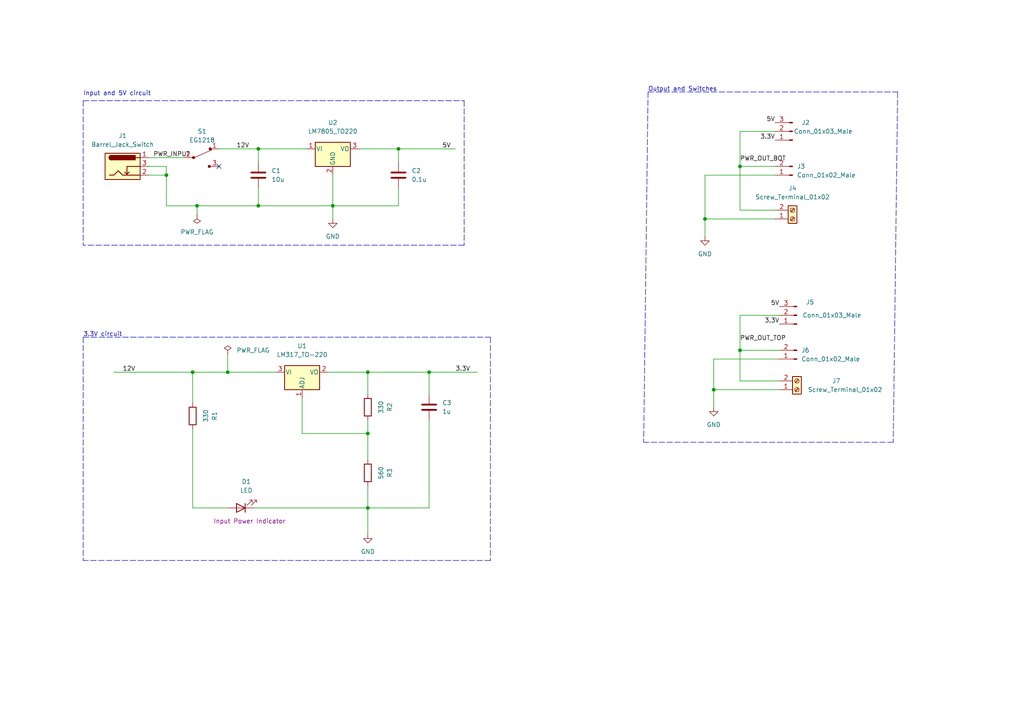
<source format=kicad_sch>
(kicad_sch (version 20211123) (generator eeschema)
  (paper "A4")
  (title_block (title "Breadboard Power Supply") (date "2022-08-02") (rev "1"))
  (lib_symbols
    (symbol "Connector:Barrel_Jack_Switch" (pin_names hide)
      (property "Reference" "J" (at 0 5.334 0))
      (property "Value" "Barrel_Jack_Switch" (at 0 -5.08 0))
      (symbol "Barrel_Jack_Switch_0_1"
        (rectangle (start -5.08 3.81) (end 5.08 -3.81) (stroke (width 0.254)) (fill (type background)))
        (arc (start -3.302 3.175) (mid -3.937 2.54) (end -3.302 1.905) (stroke (width 0.254)))
        (arc (start -3.302 3.175) (mid -3.937 2.54) (end -3.302 1.905) (stroke (width 0.254)) (fill (type outline)))
        (polyline (pts (xy 1.27 -2.286) (xy 1.905 -1.651)) (stroke (width 0.254)))
        (polyline (pts (xy 5.08 2.54) (xy 3.81 2.54)) (stroke (width 0.254)))
        (polyline (pts (xy 5.08 0) (xy 1.27 0) (xy 1.27 -2.286) (xy 0.635 -1.651)) (stroke (width 0.254)))
        (polyline (pts (xy -3.81 -2.54) (xy -2.54 -2.54) (xy -1.27 -1.27) (xy 0 -2.54) (xy 2.54 -2.54) (xy 5.08 -2.54)) (stroke (width 0.254)))
        (rectangle (start 3.683 3.175) (end -3.302 1.905) (stroke (width 0.254)) (fill (type outline)))
      )
      (symbol "Barrel_Jack_Switch_1_1"
        (pin passive line (at 7.62 2.54 180) (length 2.54) (name "~") (number "1"))
        (pin passive line (at 7.62 -2.54 180) (length 2.54) (name "~") (number "2"))
        (pin passive line (at 7.62 0 180) (length 2.54) (name "~") (number "3"))
      )
    )
    (symbol "Connector:Conn_01x02_Male" (pin_names (offset 1.016) hide)
      (property "Reference" "J" (at 0 2.54 0))
      (property "Value" "Conn_01x02_Male" (at 0 -5.08 0))
      (symbol "Conn_01x02_Male_1_1"
        (polyline (pts (xy 1.27 -2.54) (xy 0.8636 -2.54)) (stroke (width 0.1524)))
        (polyline (pts (xy 1.27 0) (xy 0.8636 0)) (stroke (width 0.1524)))
        (rectangle (start 0.8636 -2.413) (end 0 -2.667) (stroke (width 0.1524)) (fill (type outline)))
        (rectangle (start 0.8636 0.127) (end 0 -0.127) (stroke (width 0.1524)) (fill (type outline)))
        (pin passive line (at 5.08 0 180) (length 3.81) (name "Pin_1") (number "1"))
        (pin passive line (at 5.08 -2.54 180) (length 3.81) (name "Pin_2") (number "2"))
      )
    )
    (symbol "Connector:Conn_01x03_Male" (pin_names (offset 1.016) hide)
      (property "Reference" "J" (at 0 5.08 0))
      (property "Value" "Conn_01x03_Male" (at 0 -5.08 0))
      (symbol "Conn_01x03_Male_1_1"
        (polyline (pts (xy 1.27 -2.54) (xy 0.8636 -2.54)) (stroke (width 0.1524)))
        (polyline (pts (xy 1.27 0) (xy 0.8636 0)) (stroke (width 0.1524)))
        (polyline (pts (xy 1.27 2.54) (xy 0.8636 2.54)) (stroke (width 0.1524)))
        (rectangle (start 0.8636 -2.413) (end 0 -2.667) (stroke (width 0.1524)) (fill (type outline)))
        (rectangle (start 0.8636 0.127) (end 0 -0.127) (stroke (width 0.1524)) (fill (type outline)))
        (rectangle (start 0.8636 2.667) (end 0 2.413) (stroke (width 0.1524)) (fill (type outline)))
        (pin passive line (at 5.08 2.54 180) (length 3.81) (name "Pin_1") (number "1"))
        (pin passive line (at 5.08 0 180) (length 3.81) (name "Pin_2") (number "2"))
        (pin passive line (at 5.08 -2.54 180) (length 3.81) (name "Pin_3") (number "3"))
      )
    )
    (symbol "Connector:Screw_Terminal_01x02" (pin_names (offset 1.016) hide)
      (property "Reference" "J" (at 0 2.54 0))
      (property "Value" "Screw_Terminal_01x02" (at 0 -5.08 0))
      (symbol "Screw_Terminal_01x02_1_1"
        (rectangle (start -1.27 1.27) (end 1.27 -3.81) (stroke (width 0.254)) (fill (type background)))
        (circle (center 0 -2.54) (radius 0.635) (stroke (width 0.1524)))
        (polyline (pts (xy -0.5334 -2.2098) (xy 0.3302 -3.048)) (stroke (width 0.1524)))
        (polyline (pts (xy -0.5334 0.3302) (xy 0.3302 -0.508)) (stroke (width 0.1524)))
        (polyline (pts (xy -0.3556 -2.032) (xy 0.508 -2.8702)) (stroke (width 0.1524)))
        (polyline (pts (xy -0.3556 0.508) (xy 0.508 -0.3302)) (stroke (width 0.1524)))
        (circle (center 0 0) (radius 0.635) (stroke (width 0.1524)))
        (pin passive line (at -5.08 0 0) (length 3.81) (name "Pin_1") (number "1"))
        (pin passive line (at -5.08 -2.54 0) (length 3.81) (name "Pin_2") (number "2"))
      )
    )
    (symbol "Device:C" (pin_numbers hide) (pin_names (offset 0.254))
      (property "Reference" "C" (at 0.635 2.54 0))
      (property "Value" "C" (at 0.635 -2.54 0))
      (symbol "C_0_1"
        (polyline (pts (xy -2.032 -0.762) (xy 2.032 -0.762)) (stroke (width 0.508)))
        (polyline (pts (xy -2.032 0.762) (xy 2.032 0.762)) (stroke (width 0.508)))
      )
      (symbol "C_1_1"
        (pin passive line (at 0 3.81 270) (length 2.794) (name "~") (number "1"))
        (pin passive line (at 0 -3.81 90) (length 2.794) (name "~") (number "2"))
      )
    )
    (symbol "Device:LED" (pin_numbers hide) (pin_names (offset 1.016) hide)
      (property "Reference" "D" (at 0 2.54 0))
      (property "Value" "LED" (at 0 -2.54 0))
      (symbol "LED_0_1"
        (polyline (pts (xy -1.27 -1.27) (xy -1.27 1.27)) (stroke (width 0.254)))
        (polyline (pts (xy -1.27 0) (xy 1.27 0)))
        (polyline (pts (xy 1.27 -1.27) (xy 1.27 1.27) (xy -1.27 0) (xy 1.27 -1.27)) (stroke (width 0.254)))
        (polyline (pts (xy -3.048 -0.762) (xy -4.572 -2.286) (xy -3.81 -2.286) (xy -4.572 -2.286) (xy -4.572 -1.524)))
        (polyline (pts (xy -1.778 -0.762) (xy -3.302 -2.286) (xy -2.54 -2.286) (xy -3.302 -2.286) (xy -3.302 -1.524)))
      )
      (symbol "LED_1_1"
        (pin passive line (at -3.81 0 0) (length 2.54) (name "K") (number "1"))
        (pin passive line (at 3.81 0 180) (length 2.54) (name "A") (number "2"))
      )
    )
    (symbol "Device:R" (pin_numbers hide) (pin_names (offset 0))
      (property "Reference" "R" (at 2.032 0 90))
      (property "Value" "R" (at 0 0 90))
      (symbol "R_0_1"
        (rectangle (start -1.016 -2.54) (end 1.016 2.54) (stroke (width 0.254)))
      )
      (symbol "R_1_1"
        (pin passive line (at 0 3.81 270) (length 1.27) (name "~") (number "1"))
        (pin passive line (at 0 -3.81 90) (length 1.27) (name "~") (number "2"))
      )
    )
    (symbol "Regulator_Linear:LM317_TO-220" (pin_names (offset 0.254))
      (property "Reference" "U" (at -3.81 3.175 0))
      (property "Value" "LM317_TO-220" (at 0 3.175 0))
      (symbol "LM317_TO-220_0_1"
        (rectangle (start -5.08 1.905) (end 5.08 -5.08) (stroke (width 0.254)) (fill (type background)))
      )
      (symbol "LM317_TO-220_1_1"
        (pin input line (at 0 -7.62 90) (length 2.54) (name "ADJ") (number "1"))
        (pin power_out line (at 7.62 0 180) (length 2.54) (name "VO") (number "2"))
        (pin power_in line (at -7.62 0 0) (length 2.54) (name "VI") (number "3"))
      )
    )
    (symbol "Regulator_Linear:LM7805_TO220" (pin_names (offset 0.254))
      (property "Reference" "U" (at -3.81 3.175 0))
      (property "Value" "LM7805_TO220" (at 0 3.175 0))
      (symbol "LM7805_TO220_0_1"
        (rectangle (start -5.08 1.905) (end 5.08 -5.08) (stroke (width 0.254)) (fill (type background)))
      )
      (symbol "LM7805_TO220_1_1"
        (pin power_in line (at -7.62 0 0) (length 2.54) (name "VI") (number "1"))
        (pin power_in line (at 0 -7.62 90) (length 2.54) (name "GND") (number "2"))
        (pin power_out line (at 7.62 0 180) (length 2.54) (name "VO") (number "3"))
      )
    )
    (symbol "dk_Slide-Switches:EG1218" (pin_names (offset 0))
      (property "Reference" "S" (at -3.81 2.286 0))
      (property "Value" "EG1218" (at 0 -5.334 0))
      (symbol "EG1218_0_1"
        (circle (center -2.286 0) (radius 0.3556) (fill (type outline)))
        (polyline (pts (xy -2.032 0) (xy 3.048 2.286)))
        (circle (center 2.286 -2.54) (radius 0.3556) (fill (type outline)))
        (circle (center 2.54 2.54) (radius 0.3556) (fill (type outline)))
      )
      (symbol "EG1218_1_1"
        (pin passive line (at 5.08 2.54 180) (length 2.54) (name "~") (number "1"))
        (pin passive line (at -5.08 0 0) (length 2.54) (name "~") (number "2"))
        (pin passive line (at 5.08 -2.54 180) (length 2.54) (name "~") (number "3"))
      )
    )
    (symbol "power:GND" (power) (pin_names (offset 0))
      (property "Value" "GND" (at 0 -3.81 0))
      (symbol "GND_0_1"
        (polyline (pts (xy 0 0) (xy 0 -1.27) (xy 1.27 -1.27) (xy 0 -2.54) (xy -1.27 -1.27) (xy 0 -1.27)))
      )
      (symbol "GND_1_1"
        (pin power_in line (at 0 0 270) (length 0) hide (name "GND") (number "1"))
      )
    )
    (symbol "power:PWR_FLAG" (power) (pin_numbers hide) (pin_names (offset 0) hide)
      (property "Value" "PWR_FLAG" (at 0 3.81 0))
      (symbol "PWR_FLAG_0_0"
        (pin power_out line (at 0 0 90) (length 0) (name "pwr") (number "1"))
      )
      (symbol "PWR_FLAG_0_1"
        (polyline (pts (xy 0 0) (xy 0 1.27) (xy -1.016 1.905) (xy 0 2.54) (xy 1.016 1.905) (xy 0 1.27)))
      )
    )
  )
  (junction (at 124.46 107.95))
  (junction (at 106.68 107.95))
  (junction (at 204.47 63.5))
  (junction (at 106.68 125.73))
  (junction (at 48.26 50.8))
  (junction (at 214.63 48.26))
  (junction (at 74.93 59.69))
  (junction (at 106.68 147.32))
  (junction (at 207.01 113.03))
  (junction (at 66.04 107.95))
  (junction (at 96.52 59.69))
  (junction (at 55.88 107.95))
  (junction (at 57.15 59.69))
  (junction (at 214.63 101.6))
  (junction (at 74.93 43.18))
  (junction (at 115.57 43.18))
  (no_connect (at 63.5 48.26))
  (wire (pts (xy 214.63 110.49) (xy 226.06 110.49)))
  (wire (pts (xy 57.15 59.69) (xy 74.93 59.69)))
  (wire (pts (xy 96.52 59.69) (xy 96.52 63.5)))
  (wire (pts (xy 43.18 48.26) (xy 48.26 48.26)))
  (wire (pts (xy 96.52 50.8) (xy 96.52 59.69)))
  (wire (pts (xy 214.63 48.26) (xy 214.63 60.96)))
  (polyline (pts (xy 187.96 26.67) (xy 186.69 128.27)))
  (wire (pts (xy 106.68 107.95) (xy 124.46 107.95)))
  (wire (pts (xy 106.68 121.92) (xy 106.68 125.73)))
  (wire (pts (xy 95.25 107.95) (xy 106.68 107.95)))
  (wire (pts (xy 55.88 107.95) (xy 66.04 107.95)))
  (wire (pts (xy 33.02 107.95) (xy 55.88 107.95)))
  (wire (pts (xy 226.06 101.6) (xy 214.63 101.6)))
  (wire (pts (xy 207.01 104.14) (xy 207.01 113.03)))
  (wire (pts (xy 214.63 60.96) (xy 224.79 60.96)))
  (wire (pts (xy 63.5 43.18) (xy 74.93 43.18)))
  (wire (pts (xy 106.68 125.73) (xy 106.68 133.35)))
  (wire (pts (xy 124.46 121.92) (xy 124.46 147.32)))
  (polyline (pts (xy 24.13 97.79) (xy 24.13 162.56)))
  (wire (pts (xy 48.26 48.26) (xy 48.26 50.8)))
  (wire (pts (xy 106.68 147.32) (xy 106.68 154.94)))
  (wire (pts (xy 74.93 43.18) (xy 88.9 43.18)))
  (polyline (pts (xy 187.96 26.67) (xy 260.35 26.67)))
  (polyline (pts (xy 24.13 29.21) (xy 24.13 71.12)))
  (wire (pts (xy 74.93 54.61) (xy 74.93 59.69)))
  (wire (pts (xy 115.57 43.18) (xy 115.57 46.99)))
  (wire (pts (xy 66.04 107.95) (xy 80.01 107.95)))
  (polyline (pts (xy 24.13 29.21) (xy 134.62 29.21)))
  (wire (pts (xy 115.57 54.61) (xy 115.57 59.69)))
  (wire (pts (xy 226.06 91.44) (xy 214.63 91.44)))
  (wire (pts (xy 66.04 102.87) (xy 66.04 107.95)))
  (wire (pts (xy 124.46 107.95) (xy 124.46 114.3)))
  (polyline (pts (xy 142.24 97.79) (xy 142.24 162.56)))
  (polyline (pts (xy 134.62 29.21) (xy 134.62 71.12)))
  (wire (pts (xy 48.26 50.8) (xy 48.26 59.69)))
  (wire (pts (xy 214.63 101.6) (xy 214.63 110.49)))
  (wire (pts (xy 104.14 43.18) (xy 115.57 43.18)))
  (wire (pts (xy 87.63 115.57) (xy 87.63 125.73)))
  (wire (pts (xy 226.06 113.03) (xy 207.01 113.03)))
  (wire (pts (xy 74.93 43.18) (xy 74.93 46.99)))
  (polyline (pts (xy 24.13 97.79) (xy 142.24 97.79)))
  (wire (pts (xy 55.88 147.32) (xy 66.04 147.32)))
  (wire (pts (xy 214.63 38.1) (xy 214.63 48.26)))
  (polyline (pts (xy 260.35 26.67) (xy 259.08 128.27)))
  (wire (pts (xy 48.26 59.69) (xy 57.15 59.69)))
  (wire (pts (xy 43.18 50.8) (xy 48.26 50.8)))
  (wire (pts (xy 57.15 62.23) (xy 57.15 59.69)))
  (wire (pts (xy 214.63 91.44) (xy 214.63 101.6)))
  (wire (pts (xy 43.18 45.72) (xy 53.34 45.72)))
  (wire (pts (xy 55.88 107.95) (xy 55.88 116.84)))
  (polyline (pts (xy 134.62 71.12) (xy 24.13 71.12)))
  (wire (pts (xy 214.63 48.26) (xy 224.79 48.26)))
  (wire (pts (xy 124.46 147.32) (xy 106.68 147.32)))
  (wire (pts (xy 204.47 50.8) (xy 204.47 63.5)))
  (wire (pts (xy 207.01 113.03) (xy 207.01 118.11)))
  (wire (pts (xy 124.46 107.95) (xy 138.43 107.95)))
  (wire (pts (xy 106.68 107.95) (xy 106.68 114.3)))
  (wire (pts (xy 106.68 147.32) (xy 106.68 140.97)))
  (wire (pts (xy 115.57 59.69) (xy 96.52 59.69)))
  (wire (pts (xy 204.47 63.5) (xy 204.47 68.58)))
  (wire (pts (xy 73.66 147.32) (xy 106.68 147.32)))
  (wire (pts (xy 87.63 125.73) (xy 106.68 125.73)))
  (polyline (pts (xy 142.24 162.56) (xy 24.13 162.56)))
  (polyline (pts (xy 259.08 128.27) (xy 186.69 128.27)))
  (wire (pts (xy 55.88 124.46) (xy 55.88 147.32)))
  (wire (pts (xy 74.93 59.69) (xy 96.52 59.69)))
  (wire (pts (xy 224.79 50.8) (xy 204.47 50.8)))
  (wire (pts (xy 224.79 38.1) (xy 214.63 38.1)))
  (wire (pts (xy 224.79 63.5) (xy 204.47 63.5)))
  (wire (pts (xy 115.57 43.18) (xy 132.08 43.18)))
  (wire (pts (xy 207.01 104.14) (xy 226.06 104.14)))
  (text "Output and Switches" (at 187.96 26.67 0) (effects (font (size 1.27 1.27)) (justify left bottom)))
  (text "3.3V circuit" (at 24.13 97.79 0) (effects (font (size 1.27 1.27)) (justify left bottom)))
  (text "Input and 5V circuit\n" (at 24.13 27.94 0) (effects (font (size 1.27 1.27)) (justify left bottom)))
  (label "3.3V" (at 226.06 93.98 180))
  (label "3.3V" (at 132.08 107.95 0))
  (label "PWR_INPUT" (at 44.45 45.72 0))
  (label "PWR_OUT_TOP" (at 214.63 99.06 0))
  (label "5V" (at 224.79 35.56 180))
  (label "PWR_OUT_BOT" (at 214.63 46.99 0))
  (label "5V" (at 128.27 43.18 0))
  (label "12V" (at 35.56 107.95 0))
  (label "3.3V" (at 224.79 40.64 180))
  (label "12V" (at 68.58 43.18 0))
  (label "5V" (at 226.06 88.9 180))
  (symbol (lib_id "dk_Slide-Switches:EG1218") (at 58.42 45.72 0) (unit 1)
    (property "Reference" "S1" (at 58.6232 38.1 0))
    (property "Value" "EG1218" (at 58.6232 40.64 0))
    (property "Footprint" "digikey-footprints:Switch_Slide_11.6x4mm_EG1218" (effects hide))
    (property "Datasheet" "http://spec_sheets.e-switch.com/specs/P040040.pdf" (effects hide))
    (property "Digi-Key_PN" "EG1903-ND" (effects hide))
    (property "MPN" "EG1218" (effects hide))
    (property "Category" "Switches" (effects hide))
    (property "Family" "Slide Switches" (effects hide))
    (property "DK_Datasheet_Link" "http://spec_sheets.e-switch.com/specs/P040040.pdf" (effects hide))
    (property "DK_Detail_Page" "/product-detail/en/e-switch/EG1218/EG1903-ND/101726" (effects hide))
    (property "Description" "SWITCH SLIDE SPDT 200MA 30V" (effects hide))
    (property "Manufacturer" "E-Switch" (effects hide))
    (property "Status" "Active" (effects hide))
  )
  (symbol (lib_id "Device:LED") (at 69.85 147.32 180) (unit 1)
    (property "Reference" "D1" (at 71.4375 139.7 0))
    (property "Value" "LED" (at 71.4375 142.24 0))
    (property "Footprint" "LED_THT:LED_D5.0mm" (effects hide))
    (property "Purpose" "Input Power Indicator" (at 72.39 151.13 0))
  )
  (symbol (lib_id "Device:R") (at 106.68 137.16 0) (unit 1)
    (property "Reference" "R3" (at 113.03 137.16 90))
    (property "Value" "560" (at 110.49 137.16 90))
    (property "Footprint" "Resistor_THT:R_Axial_DIN0207_L6.3mm_D2.5mm_P7.62mm_Horizontal" (effects hide))
  )
  (symbol (lib_id "Connector:Conn_01x02_Male") (at 231.14 104.14 180) (unit 1)
    (property "Reference" "J6" (at 232.41 101.5999 0) (effects (justify right)))
    (property "Value" "Conn_01x02_Male" (at 232.41 104.1399 0) (effects (justify right)))
    (property "Footprint" "Connector_PinHeader_2.54mm:PinHeader_1x02_P2.54mm_Vertical" (effects hide))
  )
  (symbol (lib_id "Device:R") (at 55.88 120.65 0) (unit 1)
    (property "Reference" "R1" (at 62.23 120.65 90))
    (property "Value" "330" (at 59.69 120.65 90))
    (property "Footprint" "Resistor_THT:R_Axial_DIN0207_L6.3mm_D2.5mm_P7.62mm_Horizontal" (effects hide))
  )
  (symbol (lib_id "Connector:Barrel_Jack_Switch") (at 35.56 48.26 0) (unit 1)
    (property "Reference" "J1" (at 35.56 39.37 0))
    (property "Value" "Barrel_Jack_Switch" (at 35.56 41.91 0))
    (property "Footprint" "Connector_BarrelJack:BarrelJack_Horizontal" (effects hide))
  )
  (symbol (lib_id "Regulator_Linear:LM7805_TO220") (at 96.52 43.18 0) (unit 1)
    (property "Reference" "U2" (at 96.52 35.56 0))
    (property "Value" "LM7805_TO220" (at 96.52 38.1 0))
    (property "Footprint" "Package_TO_SOT_THT:TO-220-3_Vertical" (effects hide))
    (property "Datasheet" "https://www.onsemi.cn/PowerSolutions/document/MC7800-D.PDF" (effects hide))
  )
  (symbol (lib_id "power:GND") (at 106.68 154.94 0) (unit 1)
    (property "Reference" "#PWR02" (effects hide))
    (property "Value" "GND" (at 106.68 160.02 0))
  )
  (symbol (lib_id "Regulator_Linear:LM317_TO-220") (at 87.63 107.95 0) (unit 1)
    (property "Reference" "U1" (at 87.63 100.33 0))
    (property "Value" "LM317_TO-220" (at 87.63 102.87 0))
    (property "Footprint" "Package_TO_SOT_THT:TO-220-3_Vertical" (effects hide))
    (property "Datasheet" "http://www.ti.com/lit/ds/symlink/lm317.pdf" (effects hide))
  )
  (symbol (lib_id "power:PWR_FLAG") (at 66.04 102.87 0) (unit 1)
    (property "Reference" "#FLG02" (effects hide))
    (property "Value" "PWR_FLAG" (at 68.58 101.5999 0) (effects (justify left)))
  )
  (symbol (lib_id "power:GND") (at 207.01 118.11 0) (unit 1)
    (property "Reference" "#PWR04" (effects hide))
    (property "Value" "GND" (at 207.01 123.19 0))
  )
  (symbol (lib_id "Connector:Screw_Terminal_01x02") (at 231.14 113.03 0) (mirror x) (unit 1)
    (property "Reference" "J7" (at 242.57 110.49 0))
    (property "Value" "Screw_Terminal_01x02" (at 245.11 113.03 0))
    (property "Footprint" "TerminalBlock:TerminalBlock_bornier-2_P5.08mm" (effects hide))
  )
  (symbol (lib_id "Connector:Conn_01x03_Male") (at 231.14 91.44 180) (unit 1)
    (property "Reference" "J5" (at 234.95 87.63 0))
    (property "Value" "Conn_01x03_Male" (at 241.3 91.44 0))
    (property "Footprint" "Connector_PinHeader_2.54mm:PinHeader_1x03_P2.54mm_Vertical" (effects hide))
  )
  (symbol (lib_id "Connector:Conn_01x03_Male") (at 229.87 38.1 180) (unit 1)
    (property "Reference" "J2" (at 233.68 35.56 0))
    (property "Value" "Conn_01x03_Male" (at 238.76 38.1 0))
    (property "Footprint" "Connector_PinHeader_2.54mm:PinHeader_1x03_P2.54mm_Vertical" (effects hide))
  )
  (symbol (lib_id "Device:R") (at 106.68 118.11 0) (unit 1)
    (property "Reference" "R2" (at 113.03 118.11 90))
    (property "Value" "330" (at 110.49 118.11 90))
    (property "Footprint" "Resistor_THT:R_Axial_DIN0207_L6.3mm_D2.5mm_P7.62mm_Horizontal" (effects hide))
  )
  (symbol (lib_id "Connector:Conn_01x02_Male") (at 229.87 50.8 180) (unit 1)
    (property "Reference" "J3" (at 231.14 48.2599 0) (effects (justify right)))
    (property "Value" "Conn_01x02_Male" (at 231.14 50.7999 0) (effects (justify right)))
    (property "Footprint" "Connector_PinHeader_2.54mm:PinHeader_1x02_P2.54mm_Vertical" (effects hide))
  )
  (symbol (lib_id "power:GND") (at 96.52 63.5 0) (unit 1)
    (property "Reference" "#PWR01" (effects hide))
    (property "Value" "GND" (at 96.52 68.58 0))
  )
  (symbol (lib_id "Device:C") (at 115.57 50.8 0) (unit 1)
    (property "Reference" "C2" (at 119.38 49.5299 0) (effects (justify left)))
    (property "Value" "0.1u" (at 119.38 52.0699 0) (effects (justify left)))
    (property "Footprint" "Capacitor_THT:C_Disc_D3.0mm_W1.6mm_P2.50mm" (effects hide))
  )
  (symbol (lib_id "power:GND") (at 204.47 68.58 0) (unit 1)
    (property "Reference" "#PWR03" (effects hide))
    (property "Value" "GND" (at 204.47 73.66 0))
  )
  (symbol (lib_id "power:PWR_FLAG") (at 57.15 62.23 180) (unit 1)
    (property "Reference" "#FLG01" (effects hide))
    (property "Value" "PWR_FLAG" (at 57.15 67.31 0))
  )
  (symbol (lib_id "Device:C") (at 124.46 118.11 0) (unit 1)
    (property "Reference" "C3" (at 128.27 116.8399 0) (effects (justify left)))
    (property "Value" "1u" (at 128.27 119.3799 0) (effects (justify left)))
    (property "Footprint" "Capacitor_THT:C_Disc_D3.0mm_W1.6mm_P2.50mm" (effects hide))
  )
  (symbol (lib_id "Connector:Screw_Terminal_01x02") (at 229.87 63.5 0) (mirror x) (unit 1)
    (property "Reference" "J4" (at 229.87 54.61 0))
    (property "Value" "Screw_Terminal_01x02" (at 229.87 57.15 0))
    (property "Footprint" "TerminalBlock:TerminalBlock_bornier-2_P5.08mm" (effects hide))
  )
  (symbol (lib_id "Device:C") (at 74.93 50.8 0) (unit 1)
    (property "Reference" "C1" (at 78.74 49.5299 0) (effects (justify left)))
    (property "Value" "10u" (at 78.74 52.0699 0) (effects (justify left)))
    (property "Footprint" "Capacitor_THT:C_Disc_D3.0mm_W1.6mm_P2.50mm" (effects hide))
  )
)
</source>
